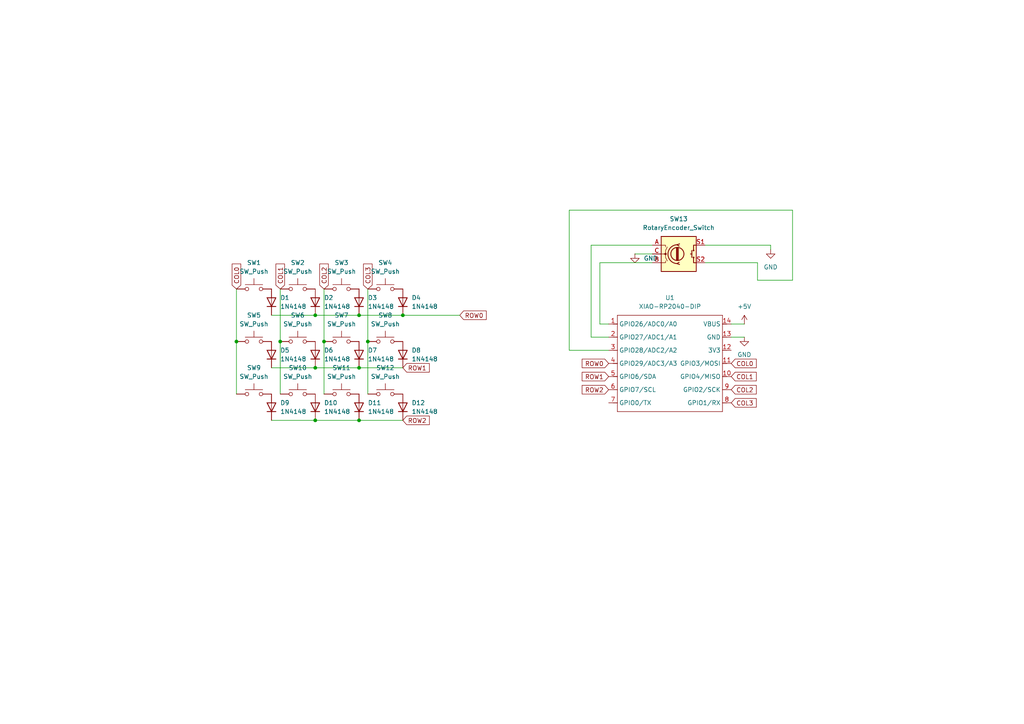
<source format=kicad_sch>
(kicad_sch (version 20250114) (generator "eeschema") (generator_version "9.0")
  (paper "A4")
  (lib_symbols
    (symbol "Device:RotaryEncoder_Switch" (pin_names (offset 0.254) (hide yes))
      (property "Reference" "SW" (at 0 6.604 0))
      (property "Value" "RotaryEncoder_Switch" (at 0 -6.604 0))
      (symbol "RotaryEncoder_Switch_0_1"
        (rectangle (start -5.08 5.08) (end 5.08 -5.08) (stroke (width 0.254)) (fill (type background)))
        (polyline (pts (xy -5.08 2.54) (xy -3.81 2.54) (xy -3.81 2.032)))
        (polyline (pts (xy -5.08 0) (xy -3.81 0) (xy -3.81 -1.016) (xy -3.302 -2.032)))
        (polyline (pts (xy -5.08 -2.54) (xy -3.81 -2.54) (xy -3.81 -2.032)))
        (polyline (pts (xy -4.318 0) (xy -3.81 0) (xy -3.81 1.016) (xy -3.302 2.032)))
        (circle (center -3.81 0) (radius 0.254) (fill (type outline)))
        (polyline (pts (xy -0.635 -1.778) (xy -0.635 1.778)) (stroke (width 0.254)))
        (circle (center -0.381 0) (radius 1.905) (stroke (width 0.254)))
        (polyline (pts (xy -0.381 -1.778) (xy -0.381 1.778)) (stroke (width 0.254)))
        (arc (start -0.381 -2.794) (mid -3.0988 -0.0635) (end -0.381 2.667) (stroke (width 0.254)))
        (polyline (pts (xy -0.127 1.778) (xy -0.127 -1.778)) (stroke (width 0.254)))
        (polyline (pts (xy 0.254 2.921) (xy -0.508 2.667) (xy 0.127 2.286)) (stroke (width 0.254)))
        (polyline (pts (xy 0.254 -3.048) (xy -0.508 -2.794) (xy 0.127 -2.413)) (stroke (width 0.254)))
        (polyline (pts (xy 3.81 1.016) (xy 3.81 -1.016)) (stroke (width 0.254)))
        (polyline (pts (xy 3.81 0) (xy 3.429 0)) (stroke (width 0.254)))
        (circle (center 4.318 1.016) (radius 0.127) (stroke (width 0.254)))
        (circle (center 4.318 -1.016) (radius 0.127) (stroke (width 0.254)))
        (polyline (pts (xy 5.08 2.54) (xy 4.318 2.54) (xy 4.318 1.016)) (stroke (width 0.254)))
        (polyline (pts (xy 5.08 -2.54) (xy 4.318 -2.54) (xy 4.318 -1.016)) (stroke (width 0.254)))
      )
      (symbol "RotaryEncoder_Switch_1_1"
        (pin passive line (at -7.62 2.54 0) (length 2.54) (name "A") (number "A"))
        (pin passive line (at -7.62 0 0) (length 2.54) (name "C") (number "C"))
        (pin passive line (at -7.62 -2.54 0) (length 2.54) (name "B") (number "B"))
        (pin passive line (at 7.62 2.54 180) (length 2.54) (name "S1") (number "S1"))
        (pin passive line (at 7.62 -2.54 180) (length 2.54) (name "S2") (number "S2"))
      )
    )
    (symbol "Diode:1N4148" (pin_numbers (hide yes)) (pin_names (hide yes))
      (property "Reference" "D" (at 0 2.54 0))
      (property "Value" "1N4148" (at 0 -2.54 0))
      (symbol "1N4148_0_1"
        (polyline (pts (xy -1.27 1.27) (xy -1.27 -1.27)) (stroke (width 0.254)))
        (polyline (pts (xy 1.27 1.27) (xy 1.27 -1.27) (xy -1.27 0) (xy 1.27 1.27)) (stroke (width 0.254)))
        (polyline (pts (xy 1.27 0) (xy -1.27 0)))
      )
      (symbol "1N4148_1_1"
        (pin passive line (at -3.81 0 0) (length 2.54) (name "K") (number "1"))
        (pin passive line (at 3.81 0 180) (length 2.54) (name "A") (number "2"))
      )
    )
    (symbol "OPL:XIAO-RP2040-DIP"
      (property "Reference" "U" (at 0 0 0))
      (property "Value" "XIAO-RP2040-DIP" (at 5.334 -1.778 0))
      (symbol "XIAO-RP2040-DIP_1_0"
        (polyline (pts (xy -1.27 -2.54) (xy 29.21 -2.54)) (stroke (width 0.1524)))
        (polyline (pts (xy -1.27 -5.08) (xy -2.54 -5.08)) (stroke (width 0.1524)))
        (polyline (pts (xy -1.27 -5.08) (xy -1.27 -2.54)) (stroke (width 0.1524)))
        (polyline (pts (xy -1.27 -8.89) (xy -2.54 -8.89)) (stroke (width 0.1524)))
        (polyline (pts (xy -1.27 -8.89) (xy -1.27 -5.08)) (stroke (width 0.1524)))
        (polyline (pts (xy -1.27 -12.7) (xy -2.54 -12.7)) (stroke (width 0.1524)))
        (polyline (pts (xy -1.27 -12.7) (xy -1.27 -8.89)) (stroke (width 0.1524)))
        (polyline (pts (xy -1.27 -16.51) (xy -2.54 -16.51)) (stroke (width 0.1524)))
        (polyline (pts (xy -1.27 -16.51) (xy -1.27 -12.7)) (stroke (width 0.1524)))
        (polyline (pts (xy -1.27 -20.32) (xy -2.54 -20.32)) (stroke (width 0.1524)))
        (polyline (pts (xy -1.27 -24.13) (xy -2.54 -24.13)) (stroke (width 0.1524)))
        (polyline (pts (xy -1.27 -27.94) (xy -2.54 -27.94)) (stroke (width 0.1524)))
        (polyline (pts (xy -1.27 -30.48) (xy -1.27 -16.51)) (stroke (width 0.1524)))
        (polyline (pts (xy 29.21 -2.54) (xy 29.21 -5.08)) (stroke (width 0.1524)))
        (polyline (pts (xy 29.21 -5.08) (xy 29.21 -8.89)) (stroke (width 0.1524)))
        (polyline (pts (xy 29.21 -8.89) (xy 29.21 -12.7)) (stroke (width 0.1524)))
        (polyline (pts (xy 29.21 -12.7) (xy 29.21 -30.48)) (stroke (width 0.1524)))
        (polyline (pts (xy 29.21 -30.48) (xy -1.27 -30.48)) (stroke (width 0.1524)))
        (polyline (pts (xy 30.48 -5.08) (xy 29.21 -5.08)) (stroke (width 0.1524)))
        (polyline (pts (xy 30.48 -8.89) (xy 29.21 -8.89)) (stroke (width 0.1524)))
        (polyline (pts (xy 30.48 -12.7) (xy 29.21 -12.7)) (stroke (width 0.1524)))
        (polyline (pts (xy 30.48 -16.51) (xy 29.21 -16.51)) (stroke (width 0.1524)))
        (polyline (pts (xy 30.48 -20.32) (xy 29.21 -20.32)) (stroke (width 0.1524)))
        (polyline (pts (xy 30.48 -24.13) (xy 29.21 -24.13)) (stroke (width 0.1524)))
        (polyline (pts (xy 30.48 -27.94) (xy 29.21 -27.94)) (stroke (width 0.1524)))
        (pin passive line (at -3.81 -5.08 0) (length 2.54) (name "GPIO26/ADC0/A0") (number "1"))
        (pin passive line (at -3.81 -8.89 0) (length 2.54) (name "GPIO27/ADC1/A1") (number "2"))
        (pin passive line (at -3.81 -12.7 0) (length 2.54) (name "GPIO28/ADC2/A2") (number "3"))
        (pin passive line (at -3.81 -16.51 0) (length 2.54) (name "GPIO29/ADC3/A3") (number "4"))
        (pin passive line (at -3.81 -20.32 0) (length 2.54) (name "GPIO6/SDA") (number "5"))
        (pin passive line (at -3.81 -24.13 0) (length 2.54) (name "GPIO7/SCL") (number "6"))
        (pin passive line (at -3.81 -27.94 0) (length 2.54) (name "GPIO0/TX") (number "7"))
        (pin passive line (at 31.75 -5.08 180) (length 2.54) (name "VBUS") (number "14"))
        (pin passive line (at 31.75 -8.89 180) (length 2.54) (name "GND") (number "13"))
        (pin passive line (at 31.75 -12.7 180) (length 2.54) (name "3V3") (number "12"))
        (pin passive line (at 31.75 -16.51 180) (length 2.54) (name "GPIO3/MOSI") (number "11"))
        (pin passive line (at 31.75 -20.32 180) (length 2.54) (name "GPIO4/MISO") (number "10"))
        (pin passive line (at 31.75 -24.13 180) (length 2.54) (name "GPIO2/SCK") (number "9"))
        (pin passive line (at 31.75 -27.94 180) (length 2.54) (name "GPIO1/RX") (number "8"))
      )
    )
    (symbol "Switch:SW_Push" (pin_numbers (hide yes)) (pin_names (offset 1.016) (hide yes))
      (property "Reference" "SW" (at 1.27 2.54 0))
      (property "Value" "SW_Push" (at 0 -1.524 0))
      (symbol "SW_Push_0_1"
        (circle (center -2.032 0) (radius 0.508))
        (polyline (pts (xy 0 1.27) (xy 0 3.048)))
        (circle (center 2.032 0) (radius 0.508))
        (polyline (pts (xy 2.54 1.27) (xy -2.54 1.27)))
        (pin passive line (at -5.08 0 0) (length 2.54) (name "1") (number "1"))
        (pin passive line (at 5.08 0 180) (length 2.54) (name "2") (number "2"))
      )
    )
    (symbol "power:+5V" (power) (pin_numbers (hide yes)) (pin_names (offset 0) (hide yes))
      (property "Value" "+5V" (at 0 3.556 0))
      (symbol "+5V_0_1"
        (polyline (pts (xy -0.762 1.27) (xy 0 2.54)))
        (polyline (pts (xy 0 2.54) (xy 0.762 1.27)))
        (polyline (pts (xy 0 0) (xy 0 2.54)))
      )
      (symbol "+5V_1_1"
        (pin power_in line (at 0 0 90) (length 0) (name "~") (number "1"))
      )
    )
    (symbol "power:GND" (power) (pin_numbers (hide yes)) (pin_names (offset 0) (hide yes))
      (property "Value" "GND" (at 0 -3.81 0))
      (symbol "GND_0_1"
        (polyline (pts (xy 0 0) (xy 0 -1.27) (xy 1.27 -1.27) (xy 0 -2.54) (xy -1.27 -1.27) (xy 0 -1.27)))
      )
      (symbol "GND_1_1"
        (pin power_in line (at 0 0 270) (length 0) (name "~") (number "1"))
      )
    )
  )
  (junction (at 104.14 121.92))
  (junction (at 91.44 121.92))
  (junction (at 68.58 99.06))
  (junction (at 106.68 99.06))
  (junction (at 91.44 91.44))
  (junction (at 104.14 106.68))
  (junction (at 91.44 106.68))
  (junction (at 104.14 91.44))
  (junction (at 81.28 99.06))
  (junction (at 93.98 99.06))
  (junction (at 116.84 91.44))
  (wire (pts (xy 116.84 91.44) (xy 133.35 91.44)))
  (wire (pts (xy 165.1 60.96) (xy 165.1 101.6)))
  (wire (pts (xy 223.52 71.12) (xy 223.52 72.39)))
  (wire (pts (xy 81.28 83.82) (xy 81.28 99.06)))
  (wire (pts (xy 171.45 71.12) (xy 171.45 97.79)))
  (wire (pts (xy 91.44 106.68) (xy 104.14 106.68)))
  (wire (pts (xy 204.47 76.2) (xy 219.71 76.2)))
  (wire (pts (xy 212.09 93.98) (xy 215.9 93.98)))
  (wire (pts (xy 204.47 71.12) (xy 223.52 71.12)))
  (wire (pts (xy 68.58 99.06) (xy 68.58 114.3)))
  (wire (pts (xy 171.45 97.79) (xy 176.53 97.79)))
  (wire (pts (xy 104.14 91.44) (xy 116.84 91.44)))
  (wire (pts (xy 165.1 101.6) (xy 176.53 101.6)))
  (wire (pts (xy 91.44 91.44) (xy 104.14 91.44)))
  (wire (pts (xy 173.99 93.98) (xy 176.53 93.98)))
  (wire (pts (xy 91.44 121.92) (xy 104.14 121.92)))
  (wire (pts (xy 93.98 83.82) (xy 93.98 99.06)))
  (wire (pts (xy 219.71 76.2) (xy 219.71 81.28)))
  (wire (pts (xy 104.14 106.68) (xy 116.84 106.68)))
  (wire (pts (xy 78.74 106.68) (xy 91.44 106.68)))
  (wire (pts (xy 229.87 60.96) (xy 165.1 60.96)))
  (wire (pts (xy 106.68 99.06) (xy 106.68 114.3)))
  (wire (pts (xy 78.74 121.92) (xy 91.44 121.92)))
  (wire (pts (xy 93.98 99.06) (xy 93.98 114.3)))
  (wire (pts (xy 173.99 76.2) (xy 173.99 93.98)))
  (wire (pts (xy 184.15 73.66) (xy 189.23 73.66)))
  (wire (pts (xy 68.58 83.82) (xy 68.58 99.06)))
  (wire (pts (xy 189.23 71.12) (xy 171.45 71.12)))
  (wire (pts (xy 212.09 97.79) (xy 215.9 97.79)))
  (wire (pts (xy 219.71 81.28) (xy 229.87 81.28)))
  (wire (pts (xy 104.14 121.92) (xy 116.84 121.92)))
  (wire (pts (xy 81.28 99.06) (xy 81.28 114.3)))
  (wire (pts (xy 189.23 76.2) (xy 173.99 76.2)))
  (wire (pts (xy 106.68 83.82) (xy 106.68 99.06)))
  (wire (pts (xy 229.87 81.28) (xy 229.87 60.96)))
  (wire (pts (xy 78.74 91.44) (xy 91.44 91.44)))
  (global_label "ROW1" (shape input) (at 116.84 106.68 0) (property "Intersheetrefs" "${INTERSHEET_REFS}" (effects (hide yes))))
  (global_label "ROW2" (shape input) (at 176.53 113.03 180) (property "Intersheetrefs" "${INTERSHEET_REFS}" (effects (hide yes))))
  (global_label "COL1" (shape input) (at 212.09 109.22 0) (property "Intersheetrefs" "${INTERSHEET_REFS}" (effects (hide yes))))
  (global_label "COL1" (shape input) (at 81.28 83.82 90) (property "Intersheetrefs" "${INTERSHEET_REFS}" (effects (hide yes))))
  (global_label "COL0" (shape input) (at 212.09 105.41 0) (property "Intersheetrefs" "${INTERSHEET_REFS}" (effects (hide yes))))
  (global_label "COL0" (shape input) (at 68.58 83.82 90) (property "Intersheetrefs" "${INTERSHEET_REFS}" (effects (hide yes))))
  (global_label "ROW0" (shape input) (at 133.35 91.44 0) (property "Intersheetrefs" "${INTERSHEET_REFS}" (effects (hide yes))))
  (global_label "ROW0" (shape input) (at 176.53 105.41 180) (property "Intersheetrefs" "${INTERSHEET_REFS}" (effects (hide yes))))
  (global_label "COL3" (shape input) (at 106.68 83.82 90) (property "Intersheetrefs" "${INTERSHEET_REFS}" (effects (hide yes))))
  (global_label "ROW2" (shape input) (at 116.84 121.92 0) (property "Intersheetrefs" "${INTERSHEET_REFS}" (effects (hide yes))))
  (global_label "ROW1" (shape input) (at 176.53 109.22 180) (property "Intersheetrefs" "${INTERSHEET_REFS}" (effects (hide yes))))
  (global_label "COL2" (shape input) (at 93.98 83.82 90) (property "Intersheetrefs" "${INTERSHEET_REFS}" (effects (hide yes))))
  (global_label "COL3" (shape input) (at 212.09 116.84 0) (property "Intersheetrefs" "${INTERSHEET_REFS}" (effects (hide yes))))
  (global_label "COL2" (shape input) (at 212.09 113.03 0) (property "Intersheetrefs" "${INTERSHEET_REFS}" (effects (hide yes))))
  (symbol (lib_id "Switch:SW_Push") (at 99.06 99.06 0) (unit 1)
    (property "Reference" "SW7" (at 99.06 91.44 0))
    (property "Value" "SW_Push" (at 99.06 93.98 0))
    (property "Footprint" "Button_Switch_Keyboard:SW_Cherry_MX_1.00u_PCB" (effects (hide yes)))
    (property "Description" "Push button switch, generic, two pins" (effects (hide yes)))
  )
  (symbol (lib_id "Switch:SW_Push") (at 111.76 114.3 0) (unit 1)
    (property "Reference" "SW12" (at 111.76 106.68 0))
    (property "Value" "SW_Push" (at 111.76 109.22 0))
    (property "Footprint" "Button_Switch_Keyboard:SW_Cherry_MX_1.00u_PCB" (effects (hide yes)))
    (property "Description" "Push button switch, generic, two pins" (effects (hide yes)))
  )
  (symbol (lib_id "Switch:SW_Push") (at 86.36 114.3 0) (unit 1)
    (property "Reference" "SW10" (at 86.36 106.68 0))
    (property "Value" "SW_Push" (at 86.36 109.22 0))
    (property "Footprint" "Button_Switch_Keyboard:SW_Cherry_MX_1.00u_PCB" (effects (hide yes)))
    (property "Description" "Push button switch, generic, two pins" (effects (hide yes)))
  )
  (symbol (lib_id "power:GND") (at 223.52 72.39 0) (unit 1)
    (property "Reference" "#PWR01" (effects (hide yes)))
    (property "Value" "GND" (at 223.52 77.47 0))
    (property "Description" "Power symbol creates a global label with name \"GND\" , ground" (effects (hide yes)))
  )
  (symbol (lib_id "Switch:SW_Push") (at 86.36 83.82 0) (unit 1)
    (property "Reference" "SW2" (at 86.36 76.2 0))
    (property "Value" "SW_Push" (at 86.36 78.74 0))
    (property "Footprint" "Button_Switch_Keyboard:SW_Cherry_MX_1.00u_PCB" (effects (hide yes)))
    (property "Description" "Push button switch, generic, two pins" (effects (hide yes)))
  )
  (symbol (lib_id "Switch:SW_Push") (at 73.66 99.06 0) (unit 1)
    (property "Reference" "SW5" (at 73.66 91.44 0))
    (property "Value" "SW_Push" (at 73.66 93.98 0))
    (property "Footprint" "Button_Switch_Keyboard:SW_Cherry_MX_1.00u_PCB" (effects (hide yes)))
    (property "Description" "Push button switch, generic, two pins" (effects (hide yes)))
  )
  (symbol (lib_id "power:+5V") (at 215.9 93.98 0) (unit 1)
    (property "Reference" "#PWR03" (effects (hide yes)))
    (property "Value" "+5V" (at 215.9 88.9 0))
    (property "Description" "Power symbol creates a global label with name \"+5V\"" (effects (hide yes)))
  )
  (symbol (lib_id "Diode:1N4148") (at 116.84 87.63 90) (unit 1)
    (property "Reference" "D4" (at 119.38 86.3599 90) (effects (justify right)))
    (property "Value" "1N4148" (at 119.38 88.8999 90) (effects (justify right)))
    (property "Footprint" "Diode_THT:D_DO-35_SOD27_P7.62mm_Horizontal" (effects (hide yes)))
    (property "Datasheet" "https://assets.nexperia.com/documents/data-sheet/1N4148_1N4448.pdf" (effects (hide yes)))
    (property "Description" "100V 0.15A standard switching diode, DO-35" (effects (hide yes)))
    (property "Sim.Device" "D" (effects (hide yes)))
    (property "Sim.Pins" "1=K 2=A" (effects (hide yes)))
  )
  (symbol (lib_id "Switch:SW_Push") (at 99.06 114.3 0) (unit 1)
    (property "Reference" "SW11" (at 99.06 106.68 0))
    (property "Value" "SW_Push" (at 99.06 109.22 0))
    (property "Footprint" "Button_Switch_Keyboard:SW_Cherry_MX_1.00u_PCB" (effects (hide yes)))
    (property "Description" "Push button switch, generic, two pins" (effects (hide yes)))
  )
  (symbol (lib_id "power:GND") (at 215.9 97.79 0) (unit 1)
    (property "Reference" "#PWR04" (effects (hide yes)))
    (property "Value" "GND" (at 215.9 102.87 0))
    (property "Description" "Power symbol creates a global label with name \"GND\" , ground" (effects (hide yes)))
  )
  (symbol (lib_id "Device:RotaryEncoder_Switch") (at 196.85 73.66 0) (unit 1)
    (property "Reference" "SW13" (at 196.85 63.5 0))
    (property "Value" "RotaryEncoder_Switch" (at 196.85 66.04 0))
    (property "Footprint" "ENCODER:RotaryEncoder_Alps_EC11E-Switch_Vertical_H20mm" (effects (hide yes)))
    (property "Description" "Rotary encoder, dual channel, incremental quadrate outputs, with switch" (effects (hide yes)))
  )
  (symbol (lib_id "Switch:SW_Push") (at 111.76 83.82 0) (unit 1)
    (property "Reference" "SW4" (at 111.76 76.2 0))
    (property "Value" "SW_Push" (at 111.76 78.74 0))
    (property "Footprint" "Button_Switch_Keyboard:SW_Cherry_MX_1.00u_PCB" (effects (hide yes)))
    (property "Description" "Push button switch, generic, two pins" (effects (hide yes)))
  )
  (symbol (lib_id "Diode:1N4148") (at 104.14 118.11 90) (unit 1)
    (property "Reference" "D11" (at 106.68 116.8399 90) (effects (justify right)))
    (property "Value" "1N4148" (at 106.68 119.3799 90) (effects (justify right)))
    (property "Footprint" "Diode_THT:D_DO-35_SOD27_P7.62mm_Horizontal" (effects (hide yes)))
    (property "Datasheet" "https://assets.nexperia.com/documents/data-sheet/1N4148_1N4448.pdf" (effects (hide yes)))
    (property "Description" "100V 0.15A standard switching diode, DO-35" (effects (hide yes)))
    (property "Sim.Device" "D" (effects (hide yes)))
    (property "Sim.Pins" "1=K 2=A" (effects (hide yes)))
  )
  (symbol (lib_id "Diode:1N4148") (at 78.74 87.63 90) (unit 1)
    (property "Reference" "D1" (at 81.28 86.3599 90) (effects (justify right)))
    (property "Value" "1N4148" (at 81.28 88.8999 90) (effects (justify right)))
    (property "Footprint" "Diode_THT:D_DO-35_SOD27_P7.62mm_Horizontal" (effects (hide yes)))
    (property "Datasheet" "https://assets.nexperia.com/documents/data-sheet/1N4148_1N4448.pdf" (effects (hide yes)))
    (property "Description" "100V 0.15A standard switching diode, DO-35" (effects (hide yes)))
    (property "Sim.Device" "D" (effects (hide yes)))
    (property "Sim.Pins" "1=K 2=A" (effects (hide yes)))
  )
  (symbol (lib_id "power:GND") (at 184.15 73.66 0) (unit 1)
    (property "Reference" "#PWR02" (effects (hide yes)))
    (property "Value" "GND" (at 186.69 74.9299 0) (effects (justify left)))
    (property "Description" "Power symbol creates a global label with name \"GND\" , ground" (effects (hide yes)))
  )
  (symbol (lib_id "Switch:SW_Push") (at 73.66 83.82 0) (unit 1)
    (property "Reference" "SW1" (at 73.66 76.2 0))
    (property "Value" "SW_Push" (at 73.66 78.74 0))
    (property "Footprint" "Button_Switch_Keyboard:SW_Cherry_MX_1.00u_PCB" (effects (hide yes)))
    (property "Description" "Push button switch, generic, two pins" (effects (hide yes)))
  )
  (symbol (lib_id "Switch:SW_Push") (at 111.76 99.06 0) (unit 1)
    (property "Reference" "SW8" (at 111.76 91.44 0))
    (property "Value" "SW_Push" (at 111.76 93.98 0))
    (property "Footprint" "Button_Switch_Keyboard:SW_Cherry_MX_1.00u_PCB" (effects (hide yes)))
    (property "Description" "Push button switch, generic, two pins" (effects (hide yes)))
  )
  (symbol (lib_id "Diode:1N4148") (at 91.44 102.87 90) (unit 1)
    (property "Reference" "D6" (at 93.98 101.5999 90) (effects (justify right)))
    (property "Value" "1N4148" (at 93.98 104.1399 90) (effects (justify right)))
    (property "Footprint" "Diode_THT:D_DO-35_SOD27_P7.62mm_Horizontal" (effects (hide yes)))
    (property "Datasheet" "https://assets.nexperia.com/documents/data-sheet/1N4148_1N4448.pdf" (effects (hide yes)))
    (property "Description" "100V 0.15A standard switching diode, DO-35" (effects (hide yes)))
    (property "Sim.Device" "D" (effects (hide yes)))
    (property "Sim.Pins" "1=K 2=A" (effects (hide yes)))
  )
  (symbol (lib_id "Switch:SW_Push") (at 99.06 83.82 0) (unit 1)
    (property "Reference" "SW3" (at 99.06 76.2 0))
    (property "Value" "SW_Push" (at 99.06 78.74 0))
    (property "Footprint" "Button_Switch_Keyboard:SW_Cherry_MX_1.00u_PCB" (effects (hide yes)))
    (property "Description" "Push button switch, generic, two pins" (effects (hide yes)))
  )
  (symbol (lib_id "Diode:1N4148") (at 91.44 87.63 90) (unit 1)
    (property "Reference" "D2" (at 93.98 86.3599 90) (effects (justify right)))
    (property "Value" "1N4148" (at 93.98 88.8999 90) (effects (justify right)))
    (property "Footprint" "Diode_THT:D_DO-35_SOD27_P7.62mm_Horizontal" (effects (hide yes)))
    (property "Datasheet" "https://assets.nexperia.com/documents/data-sheet/1N4148_1N4448.pdf" (effects (hide yes)))
    (property "Description" "100V 0.15A standard switching diode, DO-35" (effects (hide yes)))
    (property "Sim.Device" "D" (effects (hide yes)))
    (property "Sim.Pins" "1=K 2=A" (effects (hide yes)))
  )
  (symbol (lib_id "Diode:1N4148") (at 104.14 87.63 90) (unit 1)
    (property "Reference" "D3" (at 106.68 86.3599 90) (effects (justify right)))
    (property "Value" "1N4148" (at 106.68 88.8999 90) (effects (justify right)))
    (property "Footprint" "Diode_THT:D_DO-35_SOD27_P7.62mm_Horizontal" (effects (hide yes)))
    (property "Datasheet" "https://assets.nexperia.com/documents/data-sheet/1N4148_1N4448.pdf" (effects (hide yes)))
    (property "Description" "100V 0.15A standard switching diode, DO-35" (effects (hide yes)))
    (property "Sim.Device" "D" (effects (hide yes)))
    (property "Sim.Pins" "1=K 2=A" (effects (hide yes)))
  )
  (symbol (lib_id "Switch:SW_Push") (at 86.36 99.06 0) (unit 1)
    (property "Reference" "SW6" (at 86.36 91.44 0))
    (property "Value" "SW_Push" (at 86.36 93.98 0))
    (property "Footprint" "Button_Switch_Keyboard:SW_Cherry_MX_1.00u_PCB" (effects (hide yes)))
    (property "Description" "Push button switch, generic, two pins" (effects (hide yes)))
  )
  (symbol (lib_id "Diode:1N4148") (at 104.14 102.87 90) (unit 1)
    (property "Reference" "D7" (at 106.68 101.5999 90) (effects (justify right)))
    (property "Value" "1N4148" (at 106.68 104.1399 90) (effects (justify right)))
    (property "Footprint" "Diode_THT:D_DO-35_SOD27_P7.62mm_Horizontal" (effects (hide yes)))
    (property "Datasheet" "https://assets.nexperia.com/documents/data-sheet/1N4148_1N4448.pdf" (effects (hide yes)))
    (property "Description" "100V 0.15A standard switching diode, DO-35" (effects (hide yes)))
    (property "Sim.Device" "D" (effects (hide yes)))
    (property "Sim.Pins" "1=K 2=A" (effects (hide yes)))
  )
  (symbol (lib_id "Diode:1N4148") (at 91.44 118.11 90) (unit 1)
    (property "Reference" "D10" (at 93.98 116.8399 90) (effects (justify right)))
    (property "Value" "1N4148" (at 93.98 119.3799 90) (effects (justify right)))
    (property "Footprint" "Diode_THT:D_DO-35_SOD27_P7.62mm_Horizontal" (effects (hide yes)))
    (property "Datasheet" "https://assets.nexperia.com/documents/data-sheet/1N4148_1N4448.pdf" (effects (hide yes)))
    (property "Description" "100V 0.15A standard switching diode, DO-35" (effects (hide yes)))
    (property "Sim.Device" "D" (effects (hide yes)))
    (property "Sim.Pins" "1=K 2=A" (effects (hide yes)))
  )
  (symbol (lib_id "Diode:1N4148") (at 116.84 102.87 90) (unit 1)
    (property "Reference" "D8" (at 119.38 101.5999 90) (effects (justify right)))
    (property "Value" "1N4148" (at 119.38 104.1399 90) (effects (justify right)))
    (property "Footprint" "Diode_THT:D_DO-35_SOD27_P7.62mm_Horizontal" (effects (hide yes)))
    (property "Datasheet" "https://assets.nexperia.com/documents/data-sheet/1N4148_1N4448.pdf" (effects (hide yes)))
    (property "Description" "100V 0.15A standard switching diode, DO-35" (effects (hide yes)))
    (property "Sim.Device" "D" (effects (hide yes)))
    (property "Sim.Pins" "1=K 2=A" (effects (hide yes)))
  )
  (symbol (lib_id "Diode:1N4148") (at 78.74 102.87 90) (unit 1)
    (property "Reference" "D5" (at 81.28 101.5999 90) (effects (justify right)))
    (property "Value" "1N4148" (at 81.28 104.1399 90) (effects (justify right)))
    (property "Footprint" "Diode_THT:D_DO-35_SOD27_P7.62mm_Horizontal" (effects (hide yes)))
    (property "Datasheet" "https://assets.nexperia.com/documents/data-sheet/1N4148_1N4448.pdf" (effects (hide yes)))
    (property "Description" "100V 0.15A standard switching diode, DO-35" (effects (hide yes)))
    (property "Sim.Device" "D" (effects (hide yes)))
    (property "Sim.Pins" "1=K 2=A" (effects (hide yes)))
  )
  (symbol (lib_id "Diode:1N4148") (at 116.84 118.11 90) (unit 1)
    (property "Reference" "D12" (at 119.38 116.8399 90) (effects (justify right)))
    (property "Value" "1N4148" (at 119.38 119.3799 90) (effects (justify right)))
    (property "Footprint" "Diode_THT:D_DO-35_SOD27_P7.62mm_Horizontal" (effects (hide yes)))
    (property "Datasheet" "https://assets.nexperia.com/documents/data-sheet/1N4148_1N4448.pdf" (effects (hide yes)))
    (property "Description" "100V 0.15A standard switching diode, DO-35" (effects (hide yes)))
    (property "Sim.Device" "D" (effects (hide yes)))
    (property "Sim.Pins" "1=K 2=A" (effects (hide yes)))
  )
  (symbol (lib_id "OPL:XIAO-RP2040-DIP") (at 180.34 88.9 0) (unit 1)
    (property "Reference" "U1" (at 194.31 86.36 0))
    (property "Value" "XIAO-RP2040-DIP" (at 194.31 88.9 0))
    (property "Footprint" "OPL:XIAO-RP2040-DIP" (effects (hide yes)))
  )
  (symbol (lib_id "Diode:1N4148") (at 78.74 118.11 90) (unit 1)
    (property "Reference" "D9" (at 81.28 116.8399 90) (effects (justify right)))
    (property "Value" "1N4148" (at 81.28 119.3799 90) (effects (justify right)))
    (property "Footprint" "Diode_THT:D_DO-35_SOD27_P7.62mm_Horizontal" (effects (hide yes)))
    (property "Datasheet" "https://assets.nexperia.com/documents/data-sheet/1N4148_1N4448.pdf" (effects (hide yes)))
    (property "Description" "100V 0.15A standard switching diode, DO-35" (effects (hide yes)))
    (property "Sim.Device" "D" (effects (hide yes)))
    (property "Sim.Pins" "1=K 2=A" (effects (hide yes)))
  )
  (symbol (lib_id "Switch:SW_Push") (at 73.66 114.3 0) (unit 1)
    (property "Reference" "SW9" (at 73.66 106.68 0))
    (property "Value" "SW_Push" (at 73.66 109.22 0))
    (property "Footprint" "Button_Switch_Keyboard:SW_Cherry_MX_1.00u_PCB" (effects (hide yes)))
    (property "Description" "Push button switch, generic, two pins" (effects (hide yes)))
  )
)
</source>
